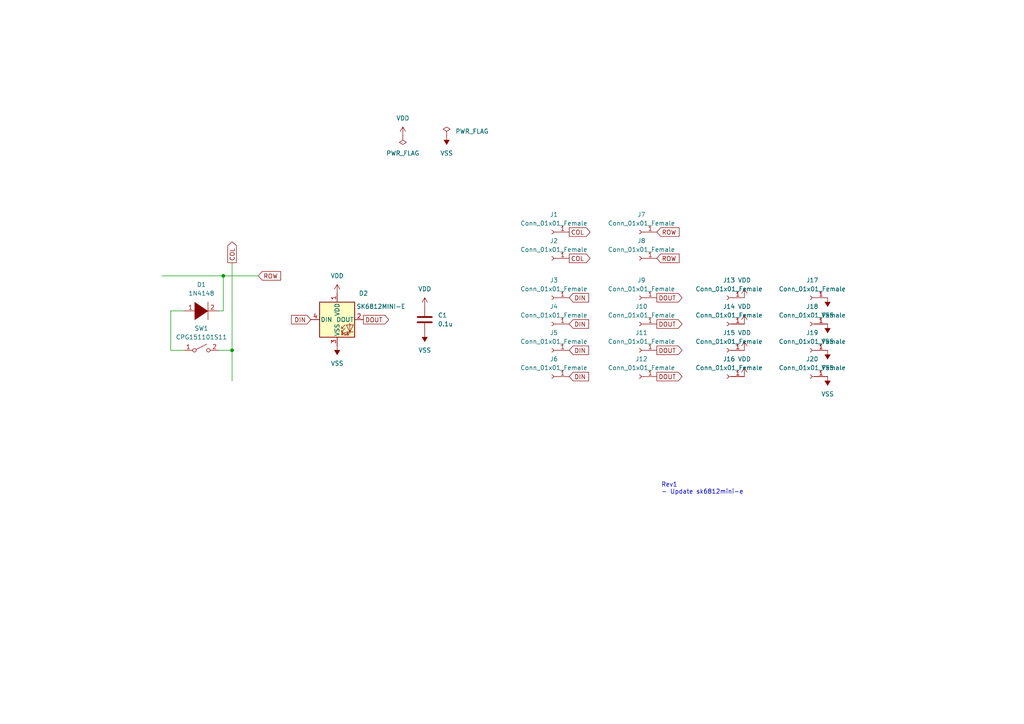
<source format=kicad_sch>
(kicad_sch (version 20211123) (generator eeschema)
  (paper "A4")
  (lib_symbols
    (symbol "Connector:Conn_01x01_Female" (pin_names (offset 1.016) hide)
      (property "Reference" "J" (at 0 2.54 0))
      (property "Value" "Conn_01x01_Female" (at 0 -2.54 0))
      (symbol "Conn_01x01_Female_1_1"
        (polyline (pts (xy -1.27 0) (xy -0.508 0)) (stroke (width 0.1524)))
        (arc (start 0 0.508) (mid -0.508 0) (end 0 -0.508) (stroke (width 0.1524)))
        (pin passive line (at -5.08 0 0) (length 3.81) (name "Pin_1") (number "1"))
      )
    )
    (symbol "Device:C" (pin_numbers hide) (pin_names (offset 0.254))
      (property "Reference" "C" (at 0.635 2.54 0))
      (property "Value" "C" (at 0.635 -2.54 0))
      (symbol "C_0_1"
        (polyline (pts (xy -2.032 -0.762) (xy 2.032 -0.762)) (stroke (width 0.508)))
        (polyline (pts (xy -2.032 0.762) (xy 2.032 0.762)) (stroke (width 0.508)))
      )
      (symbol "C_1_1"
        (pin passive line (at 0 3.81 270) (length 2.794) (name "~") (number "1"))
        (pin passive line (at 0 -3.81 90) (length 2.794) (name "~") (number "2"))
      )
    )
    (symbol "Switch:SW_SPST" (pin_names (offset 0) hide)
      (property "Reference" "SW" (at 0 3.175 0))
      (property "Value" "SW_SPST" (at 0 -2.54 0))
      (symbol "SW_SPST_0_0"
        (circle (center -2.032 0) (radius 0.508))
        (polyline (pts (xy -1.524 0.254) (xy 1.524 1.778)))
        (circle (center 2.032 0) (radius 0.508))
      )
      (symbol "SW_SPST_1_1"
        (pin passive line (at -5.08 0 0) (length 2.54) (name "A") (number "1"))
        (pin passive line (at 5.08 0 180) (length 2.54) (name "B") (number "2"))
      )
    )
    (symbol "mx1a:SK6812MINI-E" (pin_names (offset 0.254))
      (property "Reference" "D" (at 5.08 5.715 0))
      (property "Value" "SK6812MINI-E" (at 1.27 -5.715 0))
      (symbol "SK6812MINI-E_0_0"
        (text "RGB" (at 2.286 -4.191 0) (effects (font (size 0.762 0.762))))
      )
      (symbol "SK6812MINI-E_0_1"
        (polyline (pts (xy 1.27 -3.556) (xy 1.778 -3.556)))
        (polyline (pts (xy 1.27 -2.54) (xy 1.778 -2.54)))
        (polyline (pts (xy 4.699 -3.556) (xy 2.667 -3.556)))
        (polyline (pts (xy 2.286 -2.54) (xy 1.27 -3.556) (xy 1.27 -3.048)))
        (polyline (pts (xy 2.286 -1.524) (xy 1.27 -2.54) (xy 1.27 -2.032)))
        (polyline (pts (xy 3.683 -1.016) (xy 3.683 -3.556) (xy 3.683 -4.064)))
        (polyline (pts (xy 4.699 -1.524) (xy 2.667 -1.524) (xy 3.683 -3.556) (xy 4.699 -1.524)))
        (rectangle (start 5.08 5.08) (end -5.08 -5.08) (stroke (width 0.254)) (fill (type background)))
      )
      (symbol "SK6812MINI-E_1_1"
        (pin power_in line (at 0 7.62 270) (length 2.54) (name "VDD") (number "1"))
        (pin output line (at 7.62 0 180) (length 2.54) (name "DOUT") (number "2"))
        (pin power_in line (at 0 -7.62 90) (length 2.54) (name "VSS") (number "3"))
        (pin input line (at -7.62 0 0) (length 2.54) (name "DIN") (number "4"))
      )
    )
    (symbol "power:PWR_FLAG" (power) (pin_numbers hide) (pin_names (offset 0) hide)
      (property "Value" "PWR_FLAG" (at 0 3.81 0))
      (symbol "PWR_FLAG_0_0"
        (pin power_out line (at 0 0 90) (length 0) (name "pwr") (number "1"))
      )
      (symbol "PWR_FLAG_0_1"
        (polyline (pts (xy 0 0) (xy 0 1.27) (xy -1.016 1.905) (xy 0 2.54) (xy 1.016 1.905) (xy 0 1.27)))
      )
    )
    (symbol "power:VDD" (power) (pin_names (offset 0))
      (property "Value" "VDD" (at 0 3.81 0))
      (symbol "VDD_0_1"
        (polyline (pts (xy -0.762 1.27) (xy 0 2.54)))
        (polyline (pts (xy 0 0) (xy 0 2.54)))
        (polyline (pts (xy 0 2.54) (xy 0.762 1.27)))
      )
      (symbol "VDD_1_1"
        (pin power_in line (at 0 0 90) (length 0) hide (name "VDD") (number "1"))
      )
    )
    (symbol "power:VSS" (power) (pin_names (offset 0))
      (property "Value" "VSS" (at 0 3.81 0))
      (symbol "VSS_0_1"
        (polyline (pts (xy 0 0) (xy 0 2.54)))
        (polyline (pts (xy 0.762 1.27) (xy -0.762 1.27) (xy 0 2.54) (xy 0.762 1.27)) (fill (type outline)))
      )
      (symbol "VSS_1_1"
        (pin power_in line (at 0 0 90) (length 0) hide (name "VSS") (number "1"))
      )
    )
    (symbol "pspice:DIODE" (pin_names (offset 1.016) hide)
      (property "Reference" "D" (at 0 3.81 0))
      (property "Value" "DIODE" (at 0 -4.445 0))
      (symbol "DIODE_0_1"
        (polyline (pts (xy 1.905 2.54) (xy 1.905 -2.54)))
        (polyline (pts (xy -1.905 2.54) (xy -1.905 -2.54) (xy 1.905 0)) (fill (type outline)))
      )
      (symbol "DIODE_1_1"
        (pin input line (at -5.08 0 0) (length 3.81) (name "K") (number "1"))
        (pin input line (at 5.08 0 180) (length 3.81) (name "A") (number "2"))
      )
    )
  )
  (junction (at 64.77 80.01))
  (junction (at 67.31 101.6))
  (wire (pts (xy 49.53 90.17) (xy 53.34 90.17)))
  (wire (pts (xy 64.77 80.01) (xy 64.77 90.17)))
  (wire (pts (xy 67.31 101.6) (xy 67.31 110.49)))
  (wire (pts (xy 49.53 101.6) (xy 49.53 90.17)))
  (wire (pts (xy 67.31 76.2) (xy 67.31 101.6)))
  (wire (pts (xy 46.99 80.01) (xy 64.77 80.01)))
  (wire (pts (xy 53.34 101.6) (xy 49.53 101.6)))
  (wire (pts (xy 64.77 80.01) (xy 74.93 80.01)))
  (wire (pts (xy 63.5 90.17) (xy 64.77 90.17)))
  (wire (pts (xy 63.5 101.6) (xy 67.31 101.6)))
  (text "Rev1\n- Update sk6812mini-e" (at 191.77 143.51 0) (effects (font (size 1.27 1.27)) (justify left bottom)))
  (global_label "DIN" (shape input) (at 165.1 101.6 0) (property "Intersheet References" "${INTERSHEET_REFS}" (effects hide)))
  (global_label "DOUT" (shape output) (at 190.5 93.98 0) (property "Intersheet References" "${INTERSHEET_REFS}" (effects hide)))
  (global_label "COL" (shape output) (at 165.1 74.93 0) (property "Intersheet References" "${INTERSHEET_REFS}" (effects hide)))
  (global_label "COL" (shape output) (at 165.1 67.31 0) (property "Intersheet References" "${INTERSHEET_REFS}" (effects hide)))
  (global_label "DOUT" (shape output) (at 190.5 109.22 0) (property "Intersheet References" "${INTERSHEET_REFS}" (effects hide)))
  (global_label "ROW" (shape input) (at 190.5 74.93 0) (property "Intersheet References" "${INTERSHEET_REFS}" (effects hide)))
  (global_label "DOUT" (shape output) (at 190.5 101.6 0) (property "Intersheet References" "${INTERSHEET_REFS}" (effects hide)))
  (global_label "DIN" (shape input) (at 165.1 86.36 0) (property "Intersheet References" "${INTERSHEET_REFS}" (effects hide)))
  (global_label "COL" (shape output) (at 67.31 76.2 90) (property "Intersheet References" "${INTERSHEET_REFS}" (effects hide)))
  (global_label "ROW" (shape input) (at 74.93 80.01 0) (property "Intersheet References" "${INTERSHEET_REFS}" (effects hide)))
  (global_label "DIN" (shape input) (at 90.17 92.71 180) (property "Intersheet References" "${INTERSHEET_REFS}" (effects hide)))
  (global_label "DIN" (shape input) (at 165.1 109.22 0) (property "Intersheet References" "${INTERSHEET_REFS}" (effects hide)))
  (global_label "DOUT" (shape output) (at 105.41 92.71 0) (property "Intersheet References" "${INTERSHEET_REFS}" (effects hide)))
  (global_label "DOUT" (shape output) (at 190.5 86.36 0) (property "Intersheet References" "${INTERSHEET_REFS}" (effects hide)))
  (global_label "ROW" (shape input) (at 190.5 67.31 0) (property "Intersheet References" "${INTERSHEET_REFS}" (effects hide)))
  (global_label "DIN" (shape input) (at 165.1 93.98 0) (property "Intersheet References" "${INTERSHEET_REFS}" (effects hide)))
  (symbol (lib_id "Connector:Conn_01x01_Female") (at 210.82 93.98 180) (unit 1)
    (property "Reference" "J14" (at 211.455 88.9 0))
    (property "Value" "Conn_01x01_Female" (at 211.455 91.44 0))
    (property "Footprint" "modules:PinSocket_1x01_P2.00mm_Vertical" (effects hide))
  )
  (symbol (lib_id "Connector:Conn_01x01_Female") (at 210.82 109.22 180) (unit 1)
    (property "Reference" "J16" (at 211.455 104.14 0))
    (property "Value" "Conn_01x01_Female" (at 211.455 106.68 0))
    (property "Footprint" "modules:PinSocket_1x01_P2.00mm_Vertical" (effects hide))
  )
  (symbol (lib_id "power:VDD") (at 215.9 101.6 0) (unit 1)
    (property "Reference" "#PWR0113" (effects hide))
    (property "Value" "VDD" (at 215.9 96.52 0))
  )
  (symbol (lib_id "Connector:Conn_01x01_Female") (at 185.42 86.36 180) (unit 1)
    (property "Reference" "J9" (at 186.055 81.28 0))
    (property "Value" "Conn_01x01_Female" (at 186.055 83.82 0))
    (property "Footprint" "modules:PinSocket_1x01_P2.00mm_Vertical" (effects hide))
  )
  (symbol (lib_id "power:VDD") (at 215.9 109.22 0) (unit 1)
    (property "Reference" "#PWR0114" (effects hide))
    (property "Value" "VDD" (at 215.9 104.14 0))
  )
  (symbol (lib_id "Connector:Conn_01x01_Female") (at 160.02 67.31 180) (unit 1)
    (property "Reference" "J1" (at 160.655 62.23 0))
    (property "Value" "Conn_01x01_Female" (at 160.655 64.77 0))
    (property "Footprint" "modules:PinSocket_1x01_P2.00mm_Vertical" (effects hide))
  )
  (symbol (lib_id "power:VSS") (at 129.54 39.37 180) (unit 1)
    (property "Reference" "#PWR0106" (effects hide))
    (property "Value" "VSS" (at 129.54 44.45 0))
  )
  (symbol (lib_id "Switch:SW_SPST") (at 58.42 101.6 0) (unit 1)
    (property "Reference" "SW1" (at 58.42 95.25 0))
    (property "Value" "CPG151101S11" (at 58.42 97.79 0))
    (property "Footprint" "modules:Kailh_MX_Socket" (effects hide))
  )
  (symbol (lib_id "power:VSS") (at 240.03 86.36 180) (unit 1)
    (property "Reference" "#PWR0112" (effects hide))
    (property "Value" "VSS" (at 240.03 91.44 0))
  )
  (symbol (lib_id "power:VDD") (at 116.84 39.37 0) (unit 1)
    (property "Reference" "#PWR0105" (effects hide))
    (property "Value" "VDD" (at 116.84 34.29 0))
  )
  (symbol (lib_id "Connector:Conn_01x01_Female") (at 210.82 101.6 180) (unit 1)
    (property "Reference" "J15" (at 211.455 96.52 0))
    (property "Value" "Conn_01x01_Female" (at 211.455 99.06 0))
    (property "Footprint" "modules:PinSocket_1x01_P2.00mm_Vertical" (effects hide))
  )
  (symbol (lib_id "power:VSS") (at 240.03 93.98 180) (unit 1)
    (property "Reference" "#PWR0111" (effects hide))
    (property "Value" "VSS" (at 240.03 99.06 0))
  )
  (symbol (lib_id "power:VSS") (at 97.79 100.33 180) (unit 1)
    (property "Reference" "#PWR0103" (effects hide))
    (property "Value" "VSS" (at 97.79 105.41 0))
  )
  (symbol (lib_id "power:PWR_FLAG") (at 129.54 39.37 0) (unit 1)
    (property "Reference" "#FLG0102" (effects hide))
    (property "Value" "PWR_FLAG" (at 132.08 38.0999 0) (effects (justify left)))
  )
  (symbol (lib_id "Connector:Conn_01x01_Female") (at 185.42 74.93 180) (unit 1)
    (property "Reference" "J8" (at 186.055 69.85 0))
    (property "Value" "Conn_01x01_Female" (at 186.055 72.39 0))
    (property "Footprint" "modules:PinSocket_1x01_P2.00mm_Vertical" (effects hide))
  )
  (symbol (lib_id "Connector:Conn_01x01_Female") (at 160.02 93.98 180) (unit 1)
    (property "Reference" "J4" (at 160.655 88.9 0))
    (property "Value" "Conn_01x01_Female" (at 160.655 91.44 0))
    (property "Footprint" "modules:PinSocket_1x01_P2.00mm_Vertical" (effects hide))
  )
  (symbol (lib_id "Connector:Conn_01x01_Female") (at 185.42 67.31 180) (unit 1)
    (property "Reference" "J7" (at 186.055 62.23 0))
    (property "Value" "Conn_01x01_Female" (at 186.055 64.77 0))
    (property "Footprint" "modules:PinSocket_1x01_P2.00mm_Vertical" (effects hide))
  )
  (symbol (lib_id "power:VSS") (at 240.03 109.22 180) (unit 1)
    (property "Reference" "#PWR0110" (effects hide))
    (property "Value" "VSS" (at 240.03 114.3 0))
  )
  (symbol (lib_id "Connector:Conn_01x01_Female") (at 210.82 86.36 180) (unit 1)
    (property "Reference" "J13" (at 211.455 81.28 0))
    (property "Value" "Conn_01x01_Female" (at 211.455 83.82 0))
    (property "Footprint" "modules:PinSocket_1x01_P2.00mm_Vertical" (effects hide))
  )
  (symbol (lib_id "pspice:DIODE") (at 58.42 90.17 0) (unit 1)
    (property "Reference" "D1" (at 58.42 82.55 0))
    (property "Value" "1N4148" (at 58.42 85.09 0))
    (property "Footprint" "Diode_SMD:D_SOD-123" (effects hide))
  )
  (symbol (lib_id "power:VDD") (at 215.9 93.98 0) (unit 1)
    (property "Reference" "#PWR0107" (effects hide))
    (property "Value" "VDD" (at 215.9 88.9 0))
  )
  (symbol (lib_id "Connector:Conn_01x01_Female") (at 160.02 74.93 180) (unit 1)
    (property "Reference" "J2" (at 160.655 69.85 0))
    (property "Value" "Conn_01x01_Female" (at 160.655 72.39 0))
    (property "Footprint" "modules:PinSocket_1x01_P2.00mm_Vertical" (effects hide))
  )
  (symbol (lib_id "Connector:Conn_01x01_Female") (at 160.02 109.22 180) (unit 1)
    (property "Reference" "J6" (at 160.655 104.14 0))
    (property "Value" "Conn_01x01_Female" (at 160.655 106.68 0))
    (property "Footprint" "modules:PinSocket_1x01_P2.00mm_Vertical" (effects hide))
  )
  (symbol (lib_id "Connector:Conn_01x01_Female") (at 185.42 101.6 180) (unit 1)
    (property "Reference" "J11" (at 186.055 96.52 0))
    (property "Value" "Conn_01x01_Female" (at 186.055 99.06 0))
    (property "Footprint" "modules:PinSocket_1x01_P2.00mm_Vertical" (effects hide))
  )
  (symbol (lib_id "Connector:Conn_01x01_Female") (at 234.95 86.36 180) (unit 1)
    (property "Reference" "J17" (at 235.585 81.28 0))
    (property "Value" "Conn_01x01_Female" (at 235.585 83.82 0))
    (property "Footprint" "modules:PinSocket_1x01_P2.00mm_Vertical" (effects hide))
  )
  (symbol (lib_id "power:VDD") (at 97.79 85.09 0) (unit 1)
    (property "Reference" "#PWR0102" (effects hide))
    (property "Value" "VDD" (at 97.79 80.01 0))
  )
  (symbol (lib_id "Connector:Conn_01x01_Female") (at 234.95 101.6 180) (unit 1)
    (property "Reference" "J19" (at 235.585 96.52 0))
    (property "Value" "Conn_01x01_Female" (at 235.585 99.06 0))
    (property "Footprint" "modules:PinSocket_1x01_P2.00mm_Vertical" (effects hide))
  )
  (symbol (lib_id "Connector:Conn_01x01_Female") (at 160.02 101.6 180) (unit 1)
    (property "Reference" "J5" (at 160.655 96.52 0))
    (property "Value" "Conn_01x01_Female" (at 160.655 99.06 0))
    (property "Footprint" "modules:PinSocket_1x01_P2.00mm_Vertical" (effects hide))
  )
  (symbol (lib_id "power:VDD") (at 215.9 86.36 0) (unit 1)
    (property "Reference" "#PWR0108" (effects hide))
    (property "Value" "VDD" (at 215.9 81.28 0))
  )
  (symbol (lib_id "power:VDD") (at 123.19 88.9 0) (unit 1)
    (property "Reference" "#PWR0101" (effects hide))
    (property "Value" "VDD" (at 123.19 83.82 0))
  )
  (symbol (lib_id "Connector:Conn_01x01_Female") (at 185.42 93.98 180) (unit 1)
    (property "Reference" "J10" (at 186.055 88.9 0))
    (property "Value" "Conn_01x01_Female" (at 186.055 91.44 0))
    (property "Footprint" "modules:PinSocket_1x01_P2.00mm_Vertical" (effects hide))
  )
  (symbol (lib_id "power:PWR_FLAG") (at 116.84 39.37 180) (unit 1)
    (property "Reference" "#FLG0101" (effects hide))
    (property "Value" "PWR_FLAG" (at 116.84 44.45 0))
  )
  (symbol (lib_id "power:VSS") (at 240.03 101.6 180) (unit 1)
    (property "Reference" "#PWR0109" (effects hide))
    (property "Value" "VSS" (at 240.03 106.68 0))
  )
  (symbol (lib_id "Connector:Conn_01x01_Female") (at 234.95 109.22 180) (unit 1)
    (property "Reference" "J20" (at 235.585 104.14 0))
    (property "Value" "Conn_01x01_Female" (at 235.585 106.68 0))
    (property "Footprint" "modules:PinSocket_1x01_P2.00mm_Vertical" (effects hide))
  )
  (symbol (lib_id "mx1a:SK6812MINI-E") (at 97.79 92.71 0) (unit 1)
    (property "Reference" "D2" (at 105.41 85.09 0))
    (property "Value" "SK6812MINI-E" (at 110.49 88.9 0))
    (property "Footprint" "modules:MX_SK6812MINI-E_REV" (effects hide))
    (property "Datasheet" "https://cdn-shop.adafruit.com/product-files/2686/SK6812MINI_REV.01-1-2.pdf" (effects hide))
  )
  (symbol (lib_id "power:VSS") (at 123.19 96.52 180) (unit 1)
    (property "Reference" "#PWR0104" (effects hide))
    (property "Value" "VSS" (at 123.19 101.6 0))
  )
  (symbol (lib_id "Connector:Conn_01x01_Female") (at 160.02 86.36 180) (unit 1)
    (property "Reference" "J3" (at 160.655 81.28 0))
    (property "Value" "Conn_01x01_Female" (at 160.655 83.82 0))
    (property "Footprint" "modules:PinSocket_1x01_P2.00mm_Vertical" (effects hide))
  )
  (symbol (lib_id "Device:C") (at 123.19 92.71 0) (unit 1)
    (property "Reference" "C1" (at 127 91.4399 0) (effects (justify left)))
    (property "Value" "0.1u" (at 127 93.9799 0) (effects (justify left)))
    (property "Footprint" "Capacitor_SMD:C_0603_1608Metric" (effects hide))
  )
  (symbol (lib_id "Connector:Conn_01x01_Female") (at 185.42 109.22 180) (unit 1)
    (property "Reference" "J12" (at 186.055 104.14 0))
    (property "Value" "Conn_01x01_Female" (at 186.055 106.68 0))
    (property "Footprint" "modules:PinSocket_1x01_P2.00mm_Vertical" (effects hide))
  )
  (symbol (lib_id "Connector:Conn_01x01_Female") (at 234.95 93.98 180) (unit 1)
    (property "Reference" "J18" (at 235.585 88.9 0))
    (property "Value" "Conn_01x01_Female" (at 235.585 91.44 0))
    (property "Footprint" "modules:PinSocket_1x01_P2.00mm_Vertical" (effects hide))
  )
)
</source>
